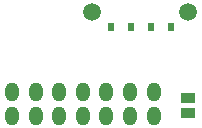
<source format=gbs>
G04 #@! TF.GenerationSoftware,KiCad,Pcbnew,no-vcs-found-e0b9a21~60~ubuntu15.04.1*
G04 #@! TF.CreationDate,2017-10-17T01:04:49+03:00*
G04 #@! TF.ProjectId,livolo_1_channel_1way_eu_switch,6C69766F6C6F5F315F6368616E6E656C,rev?*
G04 #@! TF.SameCoordinates,Original*
G04 #@! TF.FileFunction,Soldermask,Bot*
G04 #@! TF.FilePolarity,Negative*
%FSLAX46Y46*%
G04 Gerber Fmt 4.6, Leading zero omitted, Abs format (unit mm)*
G04 Created by KiCad (PCBNEW no-vcs-found-e0b9a21~60~ubuntu15.04.1) date Tue Oct 17 01:04:49 2017*
%MOMM*%
%LPD*%
G01*
G04 APERTURE LIST*
%ADD10O,1.200000X1.600000*%
%ADD11C,1.500000*%
%ADD12R,0.600000X0.800000*%
%ADD13R,1.270000X0.970000*%
G04 APERTURE END LIST*
D10*
X143650000Y-107550000D03*
X143650000Y-109550000D03*
X141650000Y-107550000D03*
X141650000Y-109550000D03*
X139650000Y-107550000D03*
X139650000Y-109550000D03*
X137650000Y-107550000D03*
X137650000Y-109550000D03*
X135650000Y-107550000D03*
X135650000Y-109550000D03*
X133650000Y-107550000D03*
X133650000Y-109550000D03*
X131650000Y-107550000D03*
X131650000Y-109550000D03*
D11*
X146600000Y-100800000D03*
X138400000Y-100800000D03*
D12*
X143400000Y-102050000D03*
X145100000Y-102050000D03*
X140050000Y-102050000D03*
X141750000Y-102050000D03*
D13*
X146600000Y-108060000D03*
X146600000Y-109340000D03*
M02*

</source>
